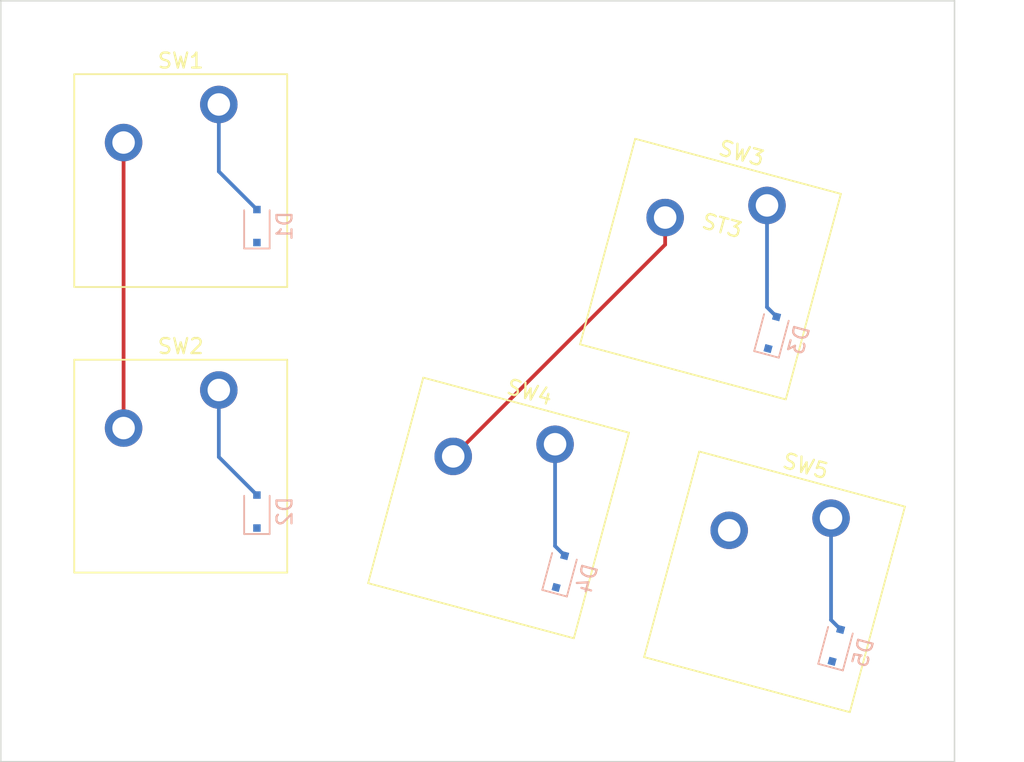
<source format=kicad_pcb>
(kicad_pcb (version 20171130) (host pcbnew 5.1.9-73d0e3b20d~88~ubuntu20.04.1)

  (general
    (thickness 1.6)
    (drawings 4)
    (tracks 13)
    (zones 0)
    (modules 11)
    (nets 11)
  )

  (page A4)
  (layers
    (0 F.Cu signal)
    (31 B.Cu signal)
    (32 B.Adhes user)
    (33 F.Adhes user)
    (34 B.Paste user)
    (35 F.Paste user)
    (36 B.SilkS user)
    (37 F.SilkS user)
    (38 B.Mask user)
    (39 F.Mask user)
    (40 Dwgs.User user)
    (41 Cmts.User user)
    (42 Eco1.User user)
    (43 Eco2.User user)
    (44 Edge.Cuts user)
    (45 Margin user)
    (46 B.CrtYd user)
    (47 F.CrtYd user)
    (48 B.Fab user)
    (49 F.Fab user)
  )

  (setup
    (last_trace_width 0.25)
    (trace_clearance 0.2)
    (zone_clearance 0.508)
    (zone_45_only no)
    (trace_min 0.2)
    (via_size 0.8)
    (via_drill 0.4)
    (via_min_size 0.4)
    (via_min_drill 0.3)
    (uvia_size 0.3)
    (uvia_drill 0.1)
    (uvias_allowed no)
    (uvia_min_size 0.2)
    (uvia_min_drill 0.1)
    (edge_width 0.05)
    (segment_width 0.2)
    (pcb_text_width 0.3)
    (pcb_text_size 1.5 1.5)
    (mod_edge_width 0.12)
    (mod_text_size 1 1)
    (mod_text_width 0.15)
    (pad_size 1.524 1.524)
    (pad_drill 0.762)
    (pad_to_mask_clearance 0)
    (aux_axis_origin 0 0)
    (visible_elements FFFFFF7F)
    (pcbplotparams
      (layerselection 0x010fc_ffffffff)
      (usegerberextensions false)
      (usegerberattributes true)
      (usegerberadvancedattributes true)
      (creategerberjobfile true)
      (excludeedgelayer true)
      (linewidth 0.150000)
      (plotframeref false)
      (viasonmask false)
      (mode 1)
      (useauxorigin false)
      (hpglpennumber 1)
      (hpglpenspeed 20)
      (hpglpendiameter 15.000000)
      (psnegative false)
      (psa4output false)
      (plotreference true)
      (plotvalue true)
      (plotinvisibletext false)
      (padsonsilk false)
      (subtractmaskfromsilk false)
      (outputformat 1)
      (mirror false)
      (drillshape 1)
      (scaleselection 1)
      (outputdirectory ""))
  )

  (net 0 "")
  (net 1 COL0)
  (net 2 COL1)
  (net 3 COL2)
  (net 4 N$1)
  (net 5 N$2)
  (net 6 N$3)
  (net 7 N$4)
  (net 8 N$5)
  (net 9 ROW0)
  (net 10 ROW1)

  (net_class Default "This is the default net class."
    (clearance 0.2)
    (trace_width 0.25)
    (via_dia 0.8)
    (via_drill 0.4)
    (uvia_dia 0.3)
    (uvia_drill 0.1)
    (add_net COL0)
    (add_net COL1)
    (add_net COL2)
    (add_net N$1)
    (add_net N$2)
    (add_net N$3)
    (add_net N$4)
    (add_net N$5)
    (add_net ROW0)
    (add_net ROW1)
  )

  (module SW_Cherry_MX_PCB_1.00u (layer F.Cu) (tedit 602D5B6F) (tstamp 60511C5A)
    (at 74.116582 61.295311 345)
    (descr "Cherry MX keyswitch, https://www.cherrymx.de/en/dev.html")
    (tags "Cherry MX Keyboard Keyswitch Switch PCB 1.00u")
    (path /top/2562421810816764933)
    (fp_text reference SW5 (at 0 -8 165) (layer F.SilkS)
      (effects (font (size 1 1) (thickness 0.15)))
    )
    (fp_text value SW_Push (at 0 8 165) (layer F.Fab)
      (effects (font (size 1 1) (thickness 0.15)))
    )
    (fp_line (start -7 -7) (end -7 7) (layer F.Fab) (width 0.1))
    (fp_line (start -7 7) (end 7 7) (layer F.Fab) (width 0.1))
    (fp_line (start 7 7) (end 7 -7) (layer F.Fab) (width 0.1))
    (fp_line (start 7 -7) (end -7 -7) (layer F.Fab) (width 0.1))
    (fp_line (start -7.1 -7.1) (end -7.1 7.1) (layer F.SilkS) (width 0.12))
    (fp_line (start -7.1 7.1) (end 7.1 7.1) (layer F.SilkS) (width 0.12))
    (fp_line (start 7.1 7.1) (end 7.1 -7.1) (layer F.SilkS) (width 0.12))
    (fp_line (start 7.1 -7.1) (end -7.1 -7.1) (layer F.SilkS) (width 0.12))
    (fp_line (start -7.25 -7.25) (end -7.25 7.25) (layer F.CrtYd) (width 0.05))
    (fp_line (start -7.25 7.25) (end 7.25 7.25) (layer F.CrtYd) (width 0.05))
    (fp_line (start 7.25 7.25) (end 7.25 -7.25) (layer F.CrtYd) (width 0.05))
    (fp_line (start 7.25 -7.25) (end -7.25 -7.25) (layer F.CrtYd) (width 0.05))
    (fp_line (start -9.525 -9.525) (end -9.525 9.525) (layer Dwgs.User) (width 0.1))
    (fp_line (start -9.525 9.525) (end 9.525 9.525) (layer Dwgs.User) (width 0.1))
    (fp_line (start 9.525 9.525) (end 9.525 -9.525) (layer Dwgs.User) (width 0.1))
    (fp_line (start 9.525 -9.525) (end -9.525 -9.525) (layer Dwgs.User) (width 0.1))
    (fp_text user %R (at 0 0 165) (layer F.Fab)
      (effects (font (size 1 1) (thickness 0.15)))
    )
    (pad "" np_thru_hole circle (at 5.08 0 345) (size 1.75 1.75) (drill 1.75) (layers *.Cu *.Mask))
    (pad "" np_thru_hole circle (at -5.08 0 345) (size 1.75 1.75) (drill 1.75) (layers *.Cu *.Mask))
    (pad "" np_thru_hole circle (at 0 0 345) (size 4 4) (drill 4) (layers *.Cu *.Mask))
    (pad 2 thru_hole circle (at 2.54 -5.08 345) (size 2.5 2.5) (drill 1.5) (layers *.Cu B.Mask)
      (net 8 N$5))
    (pad 1 thru_hole circle (at -3.81 -2.54 345) (size 2.5 2.5) (drill 1.5) (layers *.Cu B.Mask)
      (net 3 COL2))
    (model ${KEYSWITCH_LIB_3D}/Switch_Keyboard_Cherry_MX.3dshapes/SW_Cherry_MX_PCB.wrl
      (at (xyz 0 0 0))
      (scale (xyz 1 1 1))
      (rotate (xyz 0 0 0))
    )
  )

  (module SW_Cherry_MX_PCB_1.00u (layer F.Cu) (tedit 602D5B6F) (tstamp 60511BC9)
    (at 55.715695 56.364808 345)
    (descr "Cherry MX keyswitch, https://www.cherrymx.de/en/dev.html")
    (tags "Cherry MX Keyboard Keyswitch Switch PCB 1.00u")
    (path /top/446796036265893256)
    (fp_text reference SW4 (at 0 -8 165) (layer F.SilkS)
      (effects (font (size 1 1) (thickness 0.15)))
    )
    (fp_text value SW_Push (at 0 8 165) (layer F.Fab)
      (effects (font (size 1 1) (thickness 0.15)))
    )
    (fp_line (start -7 -7) (end -7 7) (layer F.Fab) (width 0.1))
    (fp_line (start -7 7) (end 7 7) (layer F.Fab) (width 0.1))
    (fp_line (start 7 7) (end 7 -7) (layer F.Fab) (width 0.1))
    (fp_line (start 7 -7) (end -7 -7) (layer F.Fab) (width 0.1))
    (fp_line (start -7.1 -7.1) (end -7.1 7.1) (layer F.SilkS) (width 0.12))
    (fp_line (start -7.1 7.1) (end 7.1 7.1) (layer F.SilkS) (width 0.12))
    (fp_line (start 7.1 7.1) (end 7.1 -7.1) (layer F.SilkS) (width 0.12))
    (fp_line (start 7.1 -7.1) (end -7.1 -7.1) (layer F.SilkS) (width 0.12))
    (fp_line (start -7.25 -7.25) (end -7.25 7.25) (layer F.CrtYd) (width 0.05))
    (fp_line (start -7.25 7.25) (end 7.25 7.25) (layer F.CrtYd) (width 0.05))
    (fp_line (start 7.25 7.25) (end 7.25 -7.25) (layer F.CrtYd) (width 0.05))
    (fp_line (start 7.25 -7.25) (end -7.25 -7.25) (layer F.CrtYd) (width 0.05))
    (fp_line (start -9.525 -9.525) (end -9.525 9.525) (layer Dwgs.User) (width 0.1))
    (fp_line (start -9.525 9.525) (end 9.525 9.525) (layer Dwgs.User) (width 0.1))
    (fp_line (start 9.525 9.525) (end 9.525 -9.525) (layer Dwgs.User) (width 0.1))
    (fp_line (start 9.525 -9.525) (end -9.525 -9.525) (layer Dwgs.User) (width 0.1))
    (fp_text user %R (at 0 0 165) (layer F.Fab)
      (effects (font (size 1 1) (thickness 0.15)))
    )
    (pad "" np_thru_hole circle (at 5.08 0 345) (size 1.75 1.75) (drill 1.75) (layers *.Cu *.Mask))
    (pad "" np_thru_hole circle (at -5.08 0 345) (size 1.75 1.75) (drill 1.75) (layers *.Cu *.Mask))
    (pad "" np_thru_hole circle (at 0 0 345) (size 4 4) (drill 4) (layers *.Cu *.Mask))
    (pad 2 thru_hole circle (at 2.54 -5.08 345) (size 2.5 2.5) (drill 1.5) (layers *.Cu B.Mask)
      (net 7 N$4))
    (pad 1 thru_hole circle (at -3.81 -2.54 345) (size 2.5 2.5) (drill 1.5) (layers *.Cu B.Mask)
      (net 2 COL1))
    (model ${KEYSWITCH_LIB_3D}/Switch_Keyboard_Cherry_MX.3dshapes/SW_Cherry_MX_PCB.wrl
      (at (xyz 0 0 0))
      (scale (xyz 1 1 1))
      (rotate (xyz 0 0 0))
    )
  )

  (module SW_Cherry_MX_PCB_2.00u (layer F.Cu) (tedit 602D5B6F) (tstamp 60511B38)
    (at 69.846641 40.429172 345)
    (descr "Cherry MX keyswitch, https://www.cherrymx.de/en/dev.html")
    (tags "Cherry MX Keyboard Keyswitch Switch PCB 2.00u")
    (path /top/14018595604671432814)
    (fp_text reference SW3 (at 0 -8 165) (layer F.SilkS)
      (effects (font (size 1 1) (thickness 0.15)))
    )
    (fp_text value SW_Push (at 0 8 165) (layer F.Fab)
      (effects (font (size 1 1) (thickness 0.15)))
    )
    (fp_line (start -7 -7) (end -7 7) (layer F.Fab) (width 0.1))
    (fp_line (start -7 7) (end 7 7) (layer F.Fab) (width 0.1))
    (fp_line (start 7 7) (end 7 -7) (layer F.Fab) (width 0.1))
    (fp_line (start 7 -7) (end -7 -7) (layer F.Fab) (width 0.1))
    (fp_line (start -7.1 -7.1) (end -7.1 7.1) (layer F.SilkS) (width 0.12))
    (fp_line (start -7.1 7.1) (end 7.1 7.1) (layer F.SilkS) (width 0.12))
    (fp_line (start 7.1 7.1) (end 7.1 -7.1) (layer F.SilkS) (width 0.12))
    (fp_line (start 7.1 -7.1) (end -7.1 -7.1) (layer F.SilkS) (width 0.12))
    (fp_line (start -7.25 -7.25) (end -7.25 7.25) (layer F.CrtYd) (width 0.05))
    (fp_line (start -7.25 7.25) (end 7.25 7.25) (layer F.CrtYd) (width 0.05))
    (fp_line (start 7.25 7.25) (end 7.25 -7.25) (layer F.CrtYd) (width 0.05))
    (fp_line (start 7.25 -7.25) (end -7.25 -7.25) (layer F.CrtYd) (width 0.05))
    (fp_line (start -19.05 -9.525) (end -19.05 9.525) (layer Dwgs.User) (width 0.1))
    (fp_line (start -19.05 9.525) (end 19.05 9.525) (layer Dwgs.User) (width 0.1))
    (fp_line (start 19.05 9.525) (end 19.05 -9.525) (layer Dwgs.User) (width 0.1))
    (fp_line (start 19.05 -9.525) (end -19.05 -9.525) (layer Dwgs.User) (width 0.1))
    (fp_text user %R (at 0 0 165) (layer F.Fab)
      (effects (font (size 1 1) (thickness 0.15)))
    )
    (pad "" np_thru_hole circle (at 5.08 0 345) (size 1.75 1.75) (drill 1.75) (layers *.Cu *.Mask))
    (pad "" np_thru_hole circle (at -5.08 0 345) (size 1.75 1.75) (drill 1.75) (layers *.Cu *.Mask))
    (pad "" np_thru_hole circle (at 0 0 345) (size 4 4) (drill 4) (layers *.Cu *.Mask))
    (pad 2 thru_hole circle (at 2.54 -5.08 345) (size 2.5 2.5) (drill 1.5) (layers *.Cu B.Mask)
      (net 6 N$3))
    (pad 1 thru_hole circle (at -3.81 -2.54 345) (size 2.5 2.5) (drill 1.5) (layers *.Cu B.Mask)
      (net 2 COL1))
    (model ${KEYSWITCH_LIB_3D}/Switch_Keyboard_Cherry_MX.3dshapes/SW_Cherry_MX_PCB.wrl
      (at (xyz 0 0 0))
      (scale (xyz 1 1 1))
      (rotate (xyz 0 0 0))
    )
  )

  (module SW_Cherry_MX_PCB_1.00u (layer F.Cu) (tedit 602D5B6F) (tstamp 60511AA7)
    (at 34.525 53.575)
    (descr "Cherry MX keyswitch, https://www.cherrymx.de/en/dev.html")
    (tags "Cherry MX Keyboard Keyswitch Switch PCB 1.00u")
    (path /top/13506773303223750309)
    (fp_text reference SW2 (at 0 -8) (layer F.SilkS)
      (effects (font (size 1 1) (thickness 0.15)))
    )
    (fp_text value SW_Push (at 0 8) (layer F.Fab)
      (effects (font (size 1 1) (thickness 0.15)))
    )
    (fp_line (start -7 -7) (end -7 7) (layer F.Fab) (width 0.1))
    (fp_line (start -7 7) (end 7 7) (layer F.Fab) (width 0.1))
    (fp_line (start 7 7) (end 7 -7) (layer F.Fab) (width 0.1))
    (fp_line (start 7 -7) (end -7 -7) (layer F.Fab) (width 0.1))
    (fp_line (start -7.1 -7.1) (end -7.1 7.1) (layer F.SilkS) (width 0.12))
    (fp_line (start -7.1 7.1) (end 7.1 7.1) (layer F.SilkS) (width 0.12))
    (fp_line (start 7.1 7.1) (end 7.1 -7.1) (layer F.SilkS) (width 0.12))
    (fp_line (start 7.1 -7.1) (end -7.1 -7.1) (layer F.SilkS) (width 0.12))
    (fp_line (start -7.25 -7.25) (end -7.25 7.25) (layer F.CrtYd) (width 0.05))
    (fp_line (start -7.25 7.25) (end 7.25 7.25) (layer F.CrtYd) (width 0.05))
    (fp_line (start 7.25 7.25) (end 7.25 -7.25) (layer F.CrtYd) (width 0.05))
    (fp_line (start 7.25 -7.25) (end -7.25 -7.25) (layer F.CrtYd) (width 0.05))
    (fp_line (start -9.525 -9.525) (end -9.525 9.525) (layer Dwgs.User) (width 0.1))
    (fp_line (start -9.525 9.525) (end 9.525 9.525) (layer Dwgs.User) (width 0.1))
    (fp_line (start 9.525 9.525) (end 9.525 -9.525) (layer Dwgs.User) (width 0.1))
    (fp_line (start 9.525 -9.525) (end -9.525 -9.525) (layer Dwgs.User) (width 0.1))
    (fp_text user %R (at 0 0) (layer F.Fab)
      (effects (font (size 1 1) (thickness 0.15)))
    )
    (pad "" np_thru_hole circle (at 5.08 0) (size 1.75 1.75) (drill 1.75) (layers *.Cu *.Mask))
    (pad "" np_thru_hole circle (at -5.08 0) (size 1.75 1.75) (drill 1.75) (layers *.Cu *.Mask))
    (pad "" np_thru_hole circle (at 0 0) (size 4 4) (drill 4) (layers *.Cu *.Mask))
    (pad 2 thru_hole circle (at 2.54 -5.08) (size 2.5 2.5) (drill 1.5) (layers *.Cu B.Mask)
      (net 5 N$2))
    (pad 1 thru_hole circle (at -3.81 -2.54) (size 2.5 2.5) (drill 1.5) (layers *.Cu B.Mask)
      (net 1 COL0))
    (model ${KEYSWITCH_LIB_3D}/Switch_Keyboard_Cherry_MX.3dshapes/SW_Cherry_MX_PCB.wrl
      (at (xyz 0 0 0))
      (scale (xyz 1 1 1))
      (rotate (xyz 0 0 0))
    )
  )

  (module SW_Cherry_MX_PCB_1.00u (layer F.Cu) (tedit 602D5B6F) (tstamp 60511A16)
    (at 34.525 34.525)
    (descr "Cherry MX keyswitch, https://www.cherrymx.de/en/dev.html")
    (tags "Cherry MX Keyboard Keyswitch Switch PCB 1.00u")
    (path /top/17685216577000977769)
    (fp_text reference SW1 (at 0 -8) (layer F.SilkS)
      (effects (font (size 1 1) (thickness 0.15)))
    )
    (fp_text value SW_Push (at 0 8) (layer F.Fab)
      (effects (font (size 1 1) (thickness 0.15)))
    )
    (fp_line (start -7 -7) (end -7 7) (layer F.Fab) (width 0.1))
    (fp_line (start -7 7) (end 7 7) (layer F.Fab) (width 0.1))
    (fp_line (start 7 7) (end 7 -7) (layer F.Fab) (width 0.1))
    (fp_line (start 7 -7) (end -7 -7) (layer F.Fab) (width 0.1))
    (fp_line (start -7.1 -7.1) (end -7.1 7.1) (layer F.SilkS) (width 0.12))
    (fp_line (start -7.1 7.1) (end 7.1 7.1) (layer F.SilkS) (width 0.12))
    (fp_line (start 7.1 7.1) (end 7.1 -7.1) (layer F.SilkS) (width 0.12))
    (fp_line (start 7.1 -7.1) (end -7.1 -7.1) (layer F.SilkS) (width 0.12))
    (fp_line (start -7.25 -7.25) (end -7.25 7.25) (layer F.CrtYd) (width 0.05))
    (fp_line (start -7.25 7.25) (end 7.25 7.25) (layer F.CrtYd) (width 0.05))
    (fp_line (start 7.25 7.25) (end 7.25 -7.25) (layer F.CrtYd) (width 0.05))
    (fp_line (start 7.25 -7.25) (end -7.25 -7.25) (layer F.CrtYd) (width 0.05))
    (fp_line (start -9.525 -9.525) (end -9.525 9.525) (layer Dwgs.User) (width 0.1))
    (fp_line (start -9.525 9.525) (end 9.525 9.525) (layer Dwgs.User) (width 0.1))
    (fp_line (start 9.525 9.525) (end 9.525 -9.525) (layer Dwgs.User) (width 0.1))
    (fp_line (start 9.525 -9.525) (end -9.525 -9.525) (layer Dwgs.User) (width 0.1))
    (fp_text user %R (at 0 0) (layer F.Fab)
      (effects (font (size 1 1) (thickness 0.15)))
    )
    (pad "" np_thru_hole circle (at 5.08 0) (size 1.75 1.75) (drill 1.75) (layers *.Cu *.Mask))
    (pad "" np_thru_hole circle (at -5.08 0) (size 1.75 1.75) (drill 1.75) (layers *.Cu *.Mask))
    (pad "" np_thru_hole circle (at 0 0) (size 4 4) (drill 4) (layers *.Cu *.Mask))
    (pad 2 thru_hole circle (at 2.54 -5.08) (size 2.5 2.5) (drill 1.5) (layers *.Cu B.Mask)
      (net 4 N$1))
    (pad 1 thru_hole circle (at -3.81 -2.54) (size 2.5 2.5) (drill 1.5) (layers *.Cu B.Mask)
      (net 1 COL0))
    (model ${KEYSWITCH_LIB_3D}/Switch_Keyboard_Cherry_MX.3dshapes/SW_Cherry_MX_PCB.wrl
      (at (xyz 0 0 0))
      (scale (xyz 1 1 1))
      (rotate (xyz 0 0 0))
    )
  )

  (module Stabilizer_Cherry_MX_2u (layer F.Cu) (tedit 5F7380F8) (tstamp 60511994)
    (at 69.846641 40.429172 345)
    (descr "Cherry MX key stabilizer 2u 2.25u 2.5u 2.75u")
    (tags "Cherry MX key stabilizer 2u 2.25u 2.5u 2.75u")
    (path /top/13201029682808282368)
    (attr virtual)
    (fp_text reference ST3 (at 0 -3 165) (layer F.SilkS)
      (effects (font (size 1 1) (thickness 0.15)))
    )
    (fp_text value MountingHole (at 0 3.2 165) (layer F.Fab)
      (effects (font (size 1 1) (thickness 0.15)))
    )
    (fp_line (start -2 0) (end 2 0) (layer Dwgs.User) (width 0.1))
    (fp_line (start 0 2) (end 0 -2) (layer Dwgs.User) (width 0.1))
    (fp_text user REF** (at 0 0 165) (layer F.Fab)
      (effects (font (size 1 1) (thickness 0.15)))
    )
    (pad ~ np_thru_hole circle (at 11.938 -6.985 345) (size 3.048 3.048) (drill 3.048) (layers *.Cu *.Mask))
    (pad ~ np_thru_hole circle (at -11.938 -6.985 345) (size 3.048 3.048) (drill 3.048) (layers *.Cu *.Mask))
    (pad ~ np_thru_hole circle (at 11.938 8.255 345) (size 3.9878 3.9878) (drill 3.9878) (layers *.Cu *.Mask))
    (pad ~ np_thru_hole circle (at -11.938 8.255 345) (size 3.9878 3.9878) (drill 3.9878) (layers *.Cu *.Mask))
    (model ${KIPRJMOD}/Switch_Keyboard/packages3d/Mounting_Keyboard_Stabilizer.3dshapes/Stabilizer_Cherry_MX_2u.wrl
      (at (xyz 0 0 0))
      (scale (xyz 1 1 1))
      (rotate (xyz 0 0 0))
    )
  )

  (module D_SOD-323F (layer B.Cu) (tedit 590A48EB) (tstamp 60511971)
    (at 78.239263 65.536867 75)
    (descr "SOD-323F http://www.nxp.com/documents/outline_drawing/SOD323F.pdf")
    (tags SOD-323F)
    (path /top/13578724574116548701)
    (attr smd)
    (fp_text reference D5 (at 0 1.85 -105) (layer B.SilkS)
      (effects (font (size 1 1) (thickness 0.15)) (justify mirror))
    )
    (fp_text value D (at 0.1 -1.9 -105) (layer B.Fab)
      (effects (font (size 1 1) (thickness 0.15)) (justify mirror))
    )
    (fp_line (start -1.5 0.85) (end -1.5 -0.85) (layer B.SilkS) (width 0.12))
    (fp_line (start 0.2 0) (end 0.45 0) (layer B.Fab) (width 0.1))
    (fp_line (start 0.2 -0.35) (end -0.3 0) (layer B.Fab) (width 0.1))
    (fp_line (start 0.2 0.35) (end 0.2 -0.35) (layer B.Fab) (width 0.1))
    (fp_line (start -0.3 0) (end 0.2 0.35) (layer B.Fab) (width 0.1))
    (fp_line (start -0.3 0) (end -0.5 0) (layer B.Fab) (width 0.1))
    (fp_line (start -0.3 0.35) (end -0.3 -0.35) (layer B.Fab) (width 0.1))
    (fp_line (start -0.9 -0.7) (end -0.9 0.7) (layer B.Fab) (width 0.1))
    (fp_line (start 0.9 -0.7) (end -0.9 -0.7) (layer B.Fab) (width 0.1))
    (fp_line (start 0.9 0.7) (end 0.9 -0.7) (layer B.Fab) (width 0.1))
    (fp_line (start -0.9 0.7) (end 0.9 0.7) (layer B.Fab) (width 0.1))
    (fp_line (start -1.6 0.95) (end 1.6 0.95) (layer B.CrtYd) (width 0.05))
    (fp_line (start 1.6 0.95) (end 1.6 -0.95) (layer B.CrtYd) (width 0.05))
    (fp_line (start -1.6 -0.95) (end 1.6 -0.95) (layer B.CrtYd) (width 0.05))
    (fp_line (start -1.6 0.95) (end -1.6 -0.95) (layer B.CrtYd) (width 0.05))
    (fp_line (start -1.5 -0.85) (end 1.05 -0.85) (layer B.SilkS) (width 0.12))
    (fp_line (start -1.5 0.85) (end 1.05 0.85) (layer B.SilkS) (width 0.12))
    (fp_text user %R (at 0 1.85 -105) (layer B.Fab)
      (effects (font (size 1 1) (thickness 0.15)) (justify mirror))
    )
    (pad 2 smd rect (at 1.1 0 75) (size 0.5 0.5) (layers B.Cu B.Paste B.Mask)
      (net 8 N$5))
    (pad 1 smd rect (at -1.1 0 75) (size 0.5 0.5) (layers B.Cu B.Paste B.Mask)
      (net 10 ROW1))
    (model ${KISYS3DMOD}/Diode_SMD.3dshapes/D_SOD-323F.wrl
      (at (xyz 0 0 0))
      (scale (xyz 1 1 1))
      (rotate (xyz 0 0 0))
    )
  )

  (module D_SOD-323F (layer B.Cu) (tedit 590A48EB) (tstamp 605118AC)
    (at 59.838376 60.606364 75)
    (descr "SOD-323F http://www.nxp.com/documents/outline_drawing/SOD323F.pdf")
    (tags SOD-323F)
    (path /top/13364464719034956879)
    (attr smd)
    (fp_text reference D4 (at 0 1.85 -105) (layer B.SilkS)
      (effects (font (size 1 1) (thickness 0.15)) (justify mirror))
    )
    (fp_text value D (at 0.1 -1.9 -105) (layer B.Fab)
      (effects (font (size 1 1) (thickness 0.15)) (justify mirror))
    )
    (fp_line (start -1.5 0.85) (end -1.5 -0.85) (layer B.SilkS) (width 0.12))
    (fp_line (start 0.2 0) (end 0.45 0) (layer B.Fab) (width 0.1))
    (fp_line (start 0.2 -0.35) (end -0.3 0) (layer B.Fab) (width 0.1))
    (fp_line (start 0.2 0.35) (end 0.2 -0.35) (layer B.Fab) (width 0.1))
    (fp_line (start -0.3 0) (end 0.2 0.35) (layer B.Fab) (width 0.1))
    (fp_line (start -0.3 0) (end -0.5 0) (layer B.Fab) (width 0.1))
    (fp_line (start -0.3 0.35) (end -0.3 -0.35) (layer B.Fab) (width 0.1))
    (fp_line (start -0.9 -0.7) (end -0.9 0.7) (layer B.Fab) (width 0.1))
    (fp_line (start 0.9 -0.7) (end -0.9 -0.7) (layer B.Fab) (width 0.1))
    (fp_line (start 0.9 0.7) (end 0.9 -0.7) (layer B.Fab) (width 0.1))
    (fp_line (start -0.9 0.7) (end 0.9 0.7) (layer B.Fab) (width 0.1))
    (fp_line (start -1.6 0.95) (end 1.6 0.95) (layer B.CrtYd) (width 0.05))
    (fp_line (start 1.6 0.95) (end 1.6 -0.95) (layer B.CrtYd) (width 0.05))
    (fp_line (start -1.6 -0.95) (end 1.6 -0.95) (layer B.CrtYd) (width 0.05))
    (fp_line (start -1.6 0.95) (end -1.6 -0.95) (layer B.CrtYd) (width 0.05))
    (fp_line (start -1.5 -0.85) (end 1.05 -0.85) (layer B.SilkS) (width 0.12))
    (fp_line (start -1.5 0.85) (end 1.05 0.85) (layer B.SilkS) (width 0.12))
    (fp_text user %R (at 0 1.85 -105) (layer B.Fab)
      (effects (font (size 1 1) (thickness 0.15)) (justify mirror))
    )
    (pad 2 smd rect (at 1.1 0 75) (size 0.5 0.5) (layers B.Cu B.Paste B.Mask)
      (net 7 N$4))
    (pad 1 smd rect (at -1.1 0 75) (size 0.5 0.5) (layers B.Cu B.Paste B.Mask)
      (net 10 ROW1))
    (model ${KISYS3DMOD}/Diode_SMD.3dshapes/D_SOD-323F.wrl
      (at (xyz 0 0 0))
      (scale (xyz 1 1 1))
      (rotate (xyz 0 0 0))
    )
  )

  (module D_SOD-323F (layer B.Cu) (tedit 590A48EB) (tstamp 605117E7)
    (at 73.969323 44.670728 75)
    (descr "SOD-323F http://www.nxp.com/documents/outline_drawing/SOD323F.pdf")
    (tags SOD-323F)
    (path /top/1115287011560731447)
    (attr smd)
    (fp_text reference D3 (at 0 1.85 -105) (layer B.SilkS)
      (effects (font (size 1 1) (thickness 0.15)) (justify mirror))
    )
    (fp_text value D (at 0.1 -1.9 -105) (layer B.Fab)
      (effects (font (size 1 1) (thickness 0.15)) (justify mirror))
    )
    (fp_line (start -1.5 0.85) (end -1.5 -0.85) (layer B.SilkS) (width 0.12))
    (fp_line (start 0.2 0) (end 0.45 0) (layer B.Fab) (width 0.1))
    (fp_line (start 0.2 -0.35) (end -0.3 0) (layer B.Fab) (width 0.1))
    (fp_line (start 0.2 0.35) (end 0.2 -0.35) (layer B.Fab) (width 0.1))
    (fp_line (start -0.3 0) (end 0.2 0.35) (layer B.Fab) (width 0.1))
    (fp_line (start -0.3 0) (end -0.5 0) (layer B.Fab) (width 0.1))
    (fp_line (start -0.3 0.35) (end -0.3 -0.35) (layer B.Fab) (width 0.1))
    (fp_line (start -0.9 -0.7) (end -0.9 0.7) (layer B.Fab) (width 0.1))
    (fp_line (start 0.9 -0.7) (end -0.9 -0.7) (layer B.Fab) (width 0.1))
    (fp_line (start 0.9 0.7) (end 0.9 -0.7) (layer B.Fab) (width 0.1))
    (fp_line (start -0.9 0.7) (end 0.9 0.7) (layer B.Fab) (width 0.1))
    (fp_line (start -1.6 0.95) (end 1.6 0.95) (layer B.CrtYd) (width 0.05))
    (fp_line (start 1.6 0.95) (end 1.6 -0.95) (layer B.CrtYd) (width 0.05))
    (fp_line (start -1.6 -0.95) (end 1.6 -0.95) (layer B.CrtYd) (width 0.05))
    (fp_line (start -1.6 0.95) (end -1.6 -0.95) (layer B.CrtYd) (width 0.05))
    (fp_line (start -1.5 -0.85) (end 1.05 -0.85) (layer B.SilkS) (width 0.12))
    (fp_line (start -1.5 0.85) (end 1.05 0.85) (layer B.SilkS) (width 0.12))
    (fp_text user %R (at 0 1.85 -105) (layer B.Fab)
      (effects (font (size 1 1) (thickness 0.15)) (justify mirror))
    )
    (pad 2 smd rect (at 1.1 0 75) (size 0.5 0.5) (layers B.Cu B.Paste B.Mask)
      (net 6 N$3))
    (pad 1 smd rect (at -1.1 0 75) (size 0.5 0.5) (layers B.Cu B.Paste B.Mask)
      (net 9 ROW0))
    (model ${KISYS3DMOD}/Diode_SMD.3dshapes/D_SOD-323F.wrl
      (at (xyz 0 0 0))
      (scale (xyz 1 1 1))
      (rotate (xyz 0 0 0))
    )
  )

  (module D_SOD-323F (layer B.Cu) (tedit 590A48EB) (tstamp 60511722)
    (at 39.605 56.605 90)
    (descr "SOD-323F http://www.nxp.com/documents/outline_drawing/SOD323F.pdf")
    (tags SOD-323F)
    (path /top/14576898432555476806)
    (attr smd)
    (fp_text reference D2 (at 0 1.85 90) (layer B.SilkS)
      (effects (font (size 1 1) (thickness 0.15)) (justify mirror))
    )
    (fp_text value D (at 0.1 -1.9 90) (layer B.Fab)
      (effects (font (size 1 1) (thickness 0.15)) (justify mirror))
    )
    (fp_line (start -1.5 0.85) (end -1.5 -0.85) (layer B.SilkS) (width 0.12))
    (fp_line (start 0.2 0) (end 0.45 0) (layer B.Fab) (width 0.1))
    (fp_line (start 0.2 -0.35) (end -0.3 0) (layer B.Fab) (width 0.1))
    (fp_line (start 0.2 0.35) (end 0.2 -0.35) (layer B.Fab) (width 0.1))
    (fp_line (start -0.3 0) (end 0.2 0.35) (layer B.Fab) (width 0.1))
    (fp_line (start -0.3 0) (end -0.5 0) (layer B.Fab) (width 0.1))
    (fp_line (start -0.3 0.35) (end -0.3 -0.35) (layer B.Fab) (width 0.1))
    (fp_line (start -0.9 -0.7) (end -0.9 0.7) (layer B.Fab) (width 0.1))
    (fp_line (start 0.9 -0.7) (end -0.9 -0.7) (layer B.Fab) (width 0.1))
    (fp_line (start 0.9 0.7) (end 0.9 -0.7) (layer B.Fab) (width 0.1))
    (fp_line (start -0.9 0.7) (end 0.9 0.7) (layer B.Fab) (width 0.1))
    (fp_line (start -1.6 0.95) (end 1.6 0.95) (layer B.CrtYd) (width 0.05))
    (fp_line (start 1.6 0.95) (end 1.6 -0.95) (layer B.CrtYd) (width 0.05))
    (fp_line (start -1.6 -0.95) (end 1.6 -0.95) (layer B.CrtYd) (width 0.05))
    (fp_line (start -1.6 0.95) (end -1.6 -0.95) (layer B.CrtYd) (width 0.05))
    (fp_line (start -1.5 -0.85) (end 1.05 -0.85) (layer B.SilkS) (width 0.12))
    (fp_line (start -1.5 0.85) (end 1.05 0.85) (layer B.SilkS) (width 0.12))
    (fp_text user %R (at 0 1.85 90) (layer B.Fab)
      (effects (font (size 1 1) (thickness 0.15)) (justify mirror))
    )
    (pad 2 smd rect (at 1.1 0 90) (size 0.5 0.5) (layers B.Cu B.Paste B.Mask)
      (net 5 N$2))
    (pad 1 smd rect (at -1.1 0 90) (size 0.5 0.5) (layers B.Cu B.Paste B.Mask)
      (net 10 ROW1))
    (model ${KISYS3DMOD}/Diode_SMD.3dshapes/D_SOD-323F.wrl
      (at (xyz 0 0 0))
      (scale (xyz 1 1 1))
      (rotate (xyz 0 0 0))
    )
  )

  (module D_SOD-323F (layer B.Cu) (tedit 590A48EB) (tstamp 6051165D)
    (at 39.605 37.555 90)
    (descr "SOD-323F http://www.nxp.com/documents/outline_drawing/SOD323F.pdf")
    (tags SOD-323F)
    (path /top/5159102469079444128)
    (attr smd)
    (fp_text reference D1 (at 0 1.85 90) (layer B.SilkS)
      (effects (font (size 1 1) (thickness 0.15)) (justify mirror))
    )
    (fp_text value D (at 0.1 -1.9 90) (layer B.Fab)
      (effects (font (size 1 1) (thickness 0.15)) (justify mirror))
    )
    (fp_line (start -1.5 0.85) (end -1.5 -0.85) (layer B.SilkS) (width 0.12))
    (fp_line (start 0.2 0) (end 0.45 0) (layer B.Fab) (width 0.1))
    (fp_line (start 0.2 -0.35) (end -0.3 0) (layer B.Fab) (width 0.1))
    (fp_line (start 0.2 0.35) (end 0.2 -0.35) (layer B.Fab) (width 0.1))
    (fp_line (start -0.3 0) (end 0.2 0.35) (layer B.Fab) (width 0.1))
    (fp_line (start -0.3 0) (end -0.5 0) (layer B.Fab) (width 0.1))
    (fp_line (start -0.3 0.35) (end -0.3 -0.35) (layer B.Fab) (width 0.1))
    (fp_line (start -0.9 -0.7) (end -0.9 0.7) (layer B.Fab) (width 0.1))
    (fp_line (start 0.9 -0.7) (end -0.9 -0.7) (layer B.Fab) (width 0.1))
    (fp_line (start 0.9 0.7) (end 0.9 -0.7) (layer B.Fab) (width 0.1))
    (fp_line (start -0.9 0.7) (end 0.9 0.7) (layer B.Fab) (width 0.1))
    (fp_line (start -1.6 0.95) (end 1.6 0.95) (layer B.CrtYd) (width 0.05))
    (fp_line (start 1.6 0.95) (end 1.6 -0.95) (layer B.CrtYd) (width 0.05))
    (fp_line (start -1.6 -0.95) (end 1.6 -0.95) (layer B.CrtYd) (width 0.05))
    (fp_line (start -1.6 0.95) (end -1.6 -0.95) (layer B.CrtYd) (width 0.05))
    (fp_line (start -1.5 -0.85) (end 1.05 -0.85) (layer B.SilkS) (width 0.12))
    (fp_line (start -1.5 0.85) (end 1.05 0.85) (layer B.SilkS) (width 0.12))
    (fp_text user %R (at 0 1.85 90) (layer B.Fab)
      (effects (font (size 1 1) (thickness 0.15)) (justify mirror))
    )
    (pad 2 smd rect (at 1.1 0 90) (size 0.5 0.5) (layers B.Cu B.Paste B.Mask)
      (net 4 N$1))
    (pad 1 smd rect (at -1.1 0 90) (size 0.5 0.5) (layers B.Cu B.Paste B.Mask)
      (net 9 ROW0))
    (model ${KISYS3DMOD}/Diode_SMD.3dshapes/D_SOD-323F.wrl
      (at (xyz 0 0 0))
      (scale (xyz 1 1 1))
      (rotate (xyz 0 0 0))
    )
  )

  (gr_line (start 22.525 73.295311) (end 22.525 22.525) (layer Edge.Cuts) (width 0.1))
  (gr_line (start 86.116582 73.295311) (end 22.525 73.295311) (layer Edge.Cuts) (width 0.1))
  (gr_line (start 86.116582 22.525) (end 86.116582 73.295311) (layer Edge.Cuts) (width 0.1))
  (gr_line (start 22.525 22.525) (end 86.116582 22.525) (layer Edge.Cuts) (width 0.1))

  (segment (start 30.715 31.985) (end 30.715 51.035) (width 0.25) (layer F.Cu) (net 1))
  (segment (start 66.823864 36.98962) (end 66.823864 38.79431) (width 0.25) (layer F.Cu) (net 2))
  (segment (start 66.823864 38.79431) (end 52.692918 52.925256) (width 0.25) (layer F.Cu) (net 2))
  (segment (start 39.605 36.455) (end 37.065 33.915) (width 0.25) (layer B.Cu) (net 4))
  (segment (start 37.065 33.915) (end 37.065 29.445) (width 0.25) (layer B.Cu) (net 4))
  (segment (start 39.605 55.505) (end 37.065 52.965) (width 0.25) (layer B.Cu) (net 5))
  (segment (start 37.065 52.965) (end 37.065 48.495) (width 0.25) (layer B.Cu) (net 5))
  (segment (start 74.254024 43.60821) (end 73.614893 42.969079) (width 0.25) (layer B.Cu) (net 6))
  (segment (start 73.614893 42.969079) (end 73.614893 36.179669) (width 0.25) (layer B.Cu) (net 6))
  (segment (start 60.123077 59.543846) (end 59.483947 58.904716) (width 0.25) (layer B.Cu) (net 7))
  (segment (start 59.483947 58.904716) (end 59.483947 52.115305) (width 0.25) (layer B.Cu) (net 7))
  (segment (start 78.523964 64.474349) (end 77.884834 63.835219) (width 0.25) (layer B.Cu) (net 8))
  (segment (start 77.884834 63.835219) (end 77.884834 57.045808) (width 0.25) (layer B.Cu) (net 8))

)

</source>
